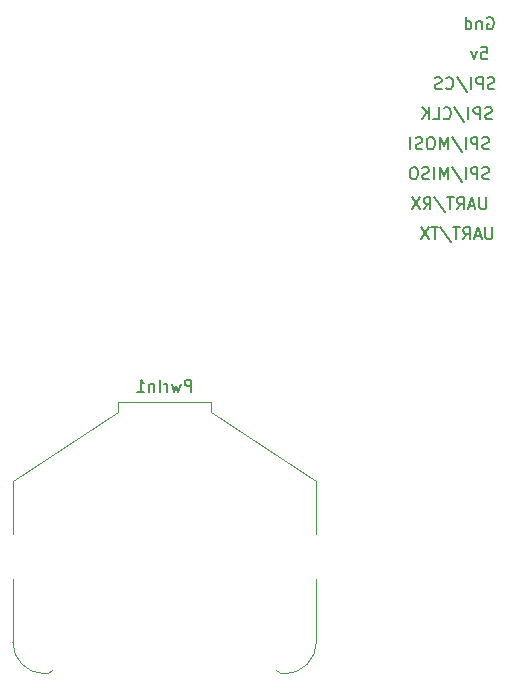
<source format=gbr>
%TF.GenerationSoftware,KiCad,Pcbnew,(5.99.0-3294-g9c46e491e)*%
%TF.CreationDate,2020-11-17T05:13:20-05:00*%
%TF.ProjectId,mobile-tag,6d6f6269-6c65-42d7-9461-672e6b696361,rev?*%
%TF.SameCoordinates,Original*%
%TF.FileFunction,Legend,Bot*%
%TF.FilePolarity,Positive*%
%FSLAX46Y46*%
G04 Gerber Fmt 4.6, Leading zero omitted, Abs format (unit mm)*
G04 Created by KiCad (PCBNEW (5.99.0-3294-g9c46e491e)) date 2020-11-17 05:13:20*
%MOMM*%
%LPD*%
G01*
G04 APERTURE LIST*
%ADD10C,0.150000*%
%ADD11C,0.120000*%
G04 APERTURE END LIST*
D10*
X161702380Y-56284761D02*
X161559523Y-56332380D01*
X161321428Y-56332380D01*
X161226190Y-56284761D01*
X161178571Y-56237142D01*
X161130952Y-56141904D01*
X161130952Y-56046666D01*
X161178571Y-55951428D01*
X161226190Y-55903809D01*
X161321428Y-55856190D01*
X161511904Y-55808571D01*
X161607142Y-55760952D01*
X161654761Y-55713333D01*
X161702380Y-55618095D01*
X161702380Y-55522857D01*
X161654761Y-55427619D01*
X161607142Y-55380000D01*
X161511904Y-55332380D01*
X161273809Y-55332380D01*
X161130952Y-55380000D01*
X160702380Y-56332380D02*
X160702380Y-55332380D01*
X160321428Y-55332380D01*
X160226190Y-55380000D01*
X160178571Y-55427619D01*
X160130952Y-55522857D01*
X160130952Y-55665714D01*
X160178571Y-55760952D01*
X160226190Y-55808571D01*
X160321428Y-55856190D01*
X160702380Y-55856190D01*
X159702380Y-56332380D02*
X159702380Y-55332380D01*
X158511904Y-55284761D02*
X159369047Y-56570476D01*
X157607142Y-56237142D02*
X157654761Y-56284761D01*
X157797619Y-56332380D01*
X157892857Y-56332380D01*
X158035714Y-56284761D01*
X158130952Y-56189523D01*
X158178571Y-56094285D01*
X158226190Y-55903809D01*
X158226190Y-55760952D01*
X158178571Y-55570476D01*
X158130952Y-55475238D01*
X158035714Y-55380000D01*
X157892857Y-55332380D01*
X157797619Y-55332380D01*
X157654761Y-55380000D01*
X157607142Y-55427619D01*
X156702380Y-56332380D02*
X157178571Y-56332380D01*
X157178571Y-55332380D01*
X156369047Y-56332380D02*
X156369047Y-55332380D01*
X155797619Y-56332380D02*
X156226190Y-55760952D01*
X155797619Y-55332380D02*
X156369047Y-55903809D01*
X161726190Y-65492380D02*
X161726190Y-66301904D01*
X161678571Y-66397142D01*
X161630952Y-66444761D01*
X161535714Y-66492380D01*
X161345238Y-66492380D01*
X161250000Y-66444761D01*
X161202380Y-66397142D01*
X161154761Y-66301904D01*
X161154761Y-65492380D01*
X160726190Y-66206666D02*
X160250000Y-66206666D01*
X160821428Y-66492380D02*
X160488095Y-65492380D01*
X160154761Y-66492380D01*
X159250000Y-66492380D02*
X159583333Y-66016190D01*
X159821428Y-66492380D02*
X159821428Y-65492380D01*
X159440476Y-65492380D01*
X159345238Y-65540000D01*
X159297619Y-65587619D01*
X159250000Y-65682857D01*
X159250000Y-65825714D01*
X159297619Y-65920952D01*
X159345238Y-65968571D01*
X159440476Y-66016190D01*
X159821428Y-66016190D01*
X158964285Y-65492380D02*
X158392857Y-65492380D01*
X158678571Y-66492380D02*
X158678571Y-65492380D01*
X157345238Y-65444761D02*
X158202380Y-66730476D01*
X157154761Y-65492380D02*
X156583333Y-65492380D01*
X156869047Y-66492380D02*
X156869047Y-65492380D01*
X156345238Y-65492380D02*
X155678571Y-66492380D01*
X155678571Y-65492380D02*
X156345238Y-66492380D01*
X161297857Y-47760000D02*
X161393095Y-47712380D01*
X161535952Y-47712380D01*
X161678809Y-47760000D01*
X161774047Y-47855238D01*
X161821666Y-47950476D01*
X161869285Y-48140952D01*
X161869285Y-48283809D01*
X161821666Y-48474285D01*
X161774047Y-48569523D01*
X161678809Y-48664761D01*
X161535952Y-48712380D01*
X161440714Y-48712380D01*
X161297857Y-48664761D01*
X161250238Y-48617142D01*
X161250238Y-48283809D01*
X161440714Y-48283809D01*
X160821666Y-48045714D02*
X160821666Y-48712380D01*
X160821666Y-48140952D02*
X160774047Y-48093333D01*
X160678809Y-48045714D01*
X160535952Y-48045714D01*
X160440714Y-48093333D01*
X160393095Y-48188571D01*
X160393095Y-48712380D01*
X159488333Y-48712380D02*
X159488333Y-47712380D01*
X159488333Y-48664761D02*
X159583571Y-48712380D01*
X159774047Y-48712380D01*
X159869285Y-48664761D01*
X159916904Y-48617142D01*
X159964523Y-48521904D01*
X159964523Y-48236190D01*
X159916904Y-48140952D01*
X159869285Y-48093333D01*
X159774047Y-48045714D01*
X159583571Y-48045714D01*
X159488333Y-48093333D01*
X161472142Y-61364761D02*
X161329285Y-61412380D01*
X161091190Y-61412380D01*
X160995952Y-61364761D01*
X160948333Y-61317142D01*
X160900714Y-61221904D01*
X160900714Y-61126666D01*
X160948333Y-61031428D01*
X160995952Y-60983809D01*
X161091190Y-60936190D01*
X161281666Y-60888571D01*
X161376904Y-60840952D01*
X161424523Y-60793333D01*
X161472142Y-60698095D01*
X161472142Y-60602857D01*
X161424523Y-60507619D01*
X161376904Y-60460000D01*
X161281666Y-60412380D01*
X161043571Y-60412380D01*
X160900714Y-60460000D01*
X160472142Y-61412380D02*
X160472142Y-60412380D01*
X160091190Y-60412380D01*
X159995952Y-60460000D01*
X159948333Y-60507619D01*
X159900714Y-60602857D01*
X159900714Y-60745714D01*
X159948333Y-60840952D01*
X159995952Y-60888571D01*
X160091190Y-60936190D01*
X160472142Y-60936190D01*
X159472142Y-61412380D02*
X159472142Y-60412380D01*
X158281666Y-60364761D02*
X159138809Y-61650476D01*
X157948333Y-61412380D02*
X157948333Y-60412380D01*
X157615000Y-61126666D01*
X157281666Y-60412380D01*
X157281666Y-61412380D01*
X156805476Y-61412380D02*
X156805476Y-60412380D01*
X156376904Y-61364761D02*
X156234047Y-61412380D01*
X155995952Y-61412380D01*
X155900714Y-61364761D01*
X155853095Y-61317142D01*
X155805476Y-61221904D01*
X155805476Y-61126666D01*
X155853095Y-61031428D01*
X155900714Y-60983809D01*
X155995952Y-60936190D01*
X156186428Y-60888571D01*
X156281666Y-60840952D01*
X156329285Y-60793333D01*
X156376904Y-60698095D01*
X156376904Y-60602857D01*
X156329285Y-60507619D01*
X156281666Y-60460000D01*
X156186428Y-60412380D01*
X155948333Y-60412380D01*
X155805476Y-60460000D01*
X155186428Y-60412380D02*
X154995952Y-60412380D01*
X154900714Y-60460000D01*
X154805476Y-60555238D01*
X154757857Y-60745714D01*
X154757857Y-61079047D01*
X154805476Y-61269523D01*
X154900714Y-61364761D01*
X154995952Y-61412380D01*
X155186428Y-61412380D01*
X155281666Y-61364761D01*
X155376904Y-61269523D01*
X155424523Y-61079047D01*
X155424523Y-60745714D01*
X155376904Y-60555238D01*
X155281666Y-60460000D01*
X155186428Y-60412380D01*
X160797857Y-50252380D02*
X161274047Y-50252380D01*
X161321666Y-50728571D01*
X161274047Y-50680952D01*
X161178809Y-50633333D01*
X160940714Y-50633333D01*
X160845476Y-50680952D01*
X160797857Y-50728571D01*
X160750238Y-50823809D01*
X160750238Y-51061904D01*
X160797857Y-51157142D01*
X160845476Y-51204761D01*
X160940714Y-51252380D01*
X161178809Y-51252380D01*
X161274047Y-51204761D01*
X161321666Y-51157142D01*
X160416904Y-50585714D02*
X160178809Y-51252380D01*
X159940714Y-50585714D01*
X161210238Y-62952380D02*
X161210238Y-63761904D01*
X161162619Y-63857142D01*
X161115000Y-63904761D01*
X161019761Y-63952380D01*
X160829285Y-63952380D01*
X160734047Y-63904761D01*
X160686428Y-63857142D01*
X160638809Y-63761904D01*
X160638809Y-62952380D01*
X160210238Y-63666666D02*
X159734047Y-63666666D01*
X160305476Y-63952380D02*
X159972142Y-62952380D01*
X159638809Y-63952380D01*
X158734047Y-63952380D02*
X159067380Y-63476190D01*
X159305476Y-63952380D02*
X159305476Y-62952380D01*
X158924523Y-62952380D01*
X158829285Y-63000000D01*
X158781666Y-63047619D01*
X158734047Y-63142857D01*
X158734047Y-63285714D01*
X158781666Y-63380952D01*
X158829285Y-63428571D01*
X158924523Y-63476190D01*
X159305476Y-63476190D01*
X158448333Y-62952380D02*
X157876904Y-62952380D01*
X158162619Y-63952380D02*
X158162619Y-62952380D01*
X156829285Y-62904761D02*
X157686428Y-64190476D01*
X155924523Y-63952380D02*
X156257857Y-63476190D01*
X156495952Y-63952380D02*
X156495952Y-62952380D01*
X156115000Y-62952380D01*
X156019761Y-63000000D01*
X155972142Y-63047619D01*
X155924523Y-63142857D01*
X155924523Y-63285714D01*
X155972142Y-63380952D01*
X156019761Y-63428571D01*
X156115000Y-63476190D01*
X156495952Y-63476190D01*
X155591190Y-62952380D02*
X154924523Y-63952380D01*
X154924523Y-62952380D02*
X155591190Y-63952380D01*
X161908809Y-53744761D02*
X161765952Y-53792380D01*
X161527857Y-53792380D01*
X161432619Y-53744761D01*
X161385000Y-53697142D01*
X161337380Y-53601904D01*
X161337380Y-53506666D01*
X161385000Y-53411428D01*
X161432619Y-53363809D01*
X161527857Y-53316190D01*
X161718333Y-53268571D01*
X161813571Y-53220952D01*
X161861190Y-53173333D01*
X161908809Y-53078095D01*
X161908809Y-52982857D01*
X161861190Y-52887619D01*
X161813571Y-52840000D01*
X161718333Y-52792380D01*
X161480238Y-52792380D01*
X161337380Y-52840000D01*
X160908809Y-53792380D02*
X160908809Y-52792380D01*
X160527857Y-52792380D01*
X160432619Y-52840000D01*
X160385000Y-52887619D01*
X160337380Y-52982857D01*
X160337380Y-53125714D01*
X160385000Y-53220952D01*
X160432619Y-53268571D01*
X160527857Y-53316190D01*
X160908809Y-53316190D01*
X159908809Y-53792380D02*
X159908809Y-52792380D01*
X158718333Y-52744761D02*
X159575476Y-54030476D01*
X157813571Y-53697142D02*
X157861190Y-53744761D01*
X158004047Y-53792380D01*
X158099285Y-53792380D01*
X158242142Y-53744761D01*
X158337380Y-53649523D01*
X158385000Y-53554285D01*
X158432619Y-53363809D01*
X158432619Y-53220952D01*
X158385000Y-53030476D01*
X158337380Y-52935238D01*
X158242142Y-52840000D01*
X158099285Y-52792380D01*
X158004047Y-52792380D01*
X157861190Y-52840000D01*
X157813571Y-52887619D01*
X157432619Y-53744761D02*
X157289761Y-53792380D01*
X157051666Y-53792380D01*
X156956428Y-53744761D01*
X156908809Y-53697142D01*
X156861190Y-53601904D01*
X156861190Y-53506666D01*
X156908809Y-53411428D01*
X156956428Y-53363809D01*
X157051666Y-53316190D01*
X157242142Y-53268571D01*
X157337380Y-53220952D01*
X157385000Y-53173333D01*
X157432619Y-53078095D01*
X157432619Y-52982857D01*
X157385000Y-52887619D01*
X157337380Y-52840000D01*
X157242142Y-52792380D01*
X157004047Y-52792380D01*
X156861190Y-52840000D01*
X161472142Y-58824761D02*
X161329285Y-58872380D01*
X161091190Y-58872380D01*
X160995952Y-58824761D01*
X160948333Y-58777142D01*
X160900714Y-58681904D01*
X160900714Y-58586666D01*
X160948333Y-58491428D01*
X160995952Y-58443809D01*
X161091190Y-58396190D01*
X161281666Y-58348571D01*
X161376904Y-58300952D01*
X161424523Y-58253333D01*
X161472142Y-58158095D01*
X161472142Y-58062857D01*
X161424523Y-57967619D01*
X161376904Y-57920000D01*
X161281666Y-57872380D01*
X161043571Y-57872380D01*
X160900714Y-57920000D01*
X160472142Y-58872380D02*
X160472142Y-57872380D01*
X160091190Y-57872380D01*
X159995952Y-57920000D01*
X159948333Y-57967619D01*
X159900714Y-58062857D01*
X159900714Y-58205714D01*
X159948333Y-58300952D01*
X159995952Y-58348571D01*
X160091190Y-58396190D01*
X160472142Y-58396190D01*
X159472142Y-58872380D02*
X159472142Y-57872380D01*
X158281666Y-57824761D02*
X159138809Y-59110476D01*
X157948333Y-58872380D02*
X157948333Y-57872380D01*
X157615000Y-58586666D01*
X157281666Y-57872380D01*
X157281666Y-58872380D01*
X156615000Y-57872380D02*
X156424523Y-57872380D01*
X156329285Y-57920000D01*
X156234047Y-58015238D01*
X156186428Y-58205714D01*
X156186428Y-58539047D01*
X156234047Y-58729523D01*
X156329285Y-58824761D01*
X156424523Y-58872380D01*
X156615000Y-58872380D01*
X156710238Y-58824761D01*
X156805476Y-58729523D01*
X156853095Y-58539047D01*
X156853095Y-58205714D01*
X156805476Y-58015238D01*
X156710238Y-57920000D01*
X156615000Y-57872380D01*
X155805476Y-58824761D02*
X155662619Y-58872380D01*
X155424523Y-58872380D01*
X155329285Y-58824761D01*
X155281666Y-58777142D01*
X155234047Y-58681904D01*
X155234047Y-58586666D01*
X155281666Y-58491428D01*
X155329285Y-58443809D01*
X155424523Y-58396190D01*
X155615000Y-58348571D01*
X155710238Y-58300952D01*
X155757857Y-58253333D01*
X155805476Y-58158095D01*
X155805476Y-58062857D01*
X155757857Y-57967619D01*
X155710238Y-57920000D01*
X155615000Y-57872380D01*
X155376904Y-57872380D01*
X155234047Y-57920000D01*
X154805476Y-58872380D02*
X154805476Y-57872380D01*
%TO.C,PwrIn1*%
X136246904Y-79397380D02*
X136246904Y-78397380D01*
X135865952Y-78397380D01*
X135770714Y-78445000D01*
X135723095Y-78492619D01*
X135675476Y-78587857D01*
X135675476Y-78730714D01*
X135723095Y-78825952D01*
X135770714Y-78873571D01*
X135865952Y-78921190D01*
X136246904Y-78921190D01*
X135342142Y-78730714D02*
X135151666Y-79397380D01*
X134961190Y-78921190D01*
X134770714Y-79397380D01*
X134580238Y-78730714D01*
X134199285Y-79397380D02*
X134199285Y-78730714D01*
X134199285Y-78921190D02*
X134151666Y-78825952D01*
X134104047Y-78778333D01*
X134008809Y-78730714D01*
X133913571Y-78730714D01*
X133580238Y-79397380D02*
X133580238Y-78397380D01*
X133104047Y-78730714D02*
X133104047Y-79397380D01*
X133104047Y-78825952D02*
X133056428Y-78778333D01*
X132961190Y-78730714D01*
X132818333Y-78730714D01*
X132723095Y-78778333D01*
X132675476Y-78873571D01*
X132675476Y-79397380D01*
X131675476Y-79397380D02*
X132246904Y-79397380D01*
X131961190Y-79397380D02*
X131961190Y-78397380D01*
X132056428Y-78540238D01*
X132151666Y-78635476D01*
X132246904Y-78683095D01*
D11*
X137935000Y-80295000D02*
X137935000Y-81095000D01*
X130035000Y-81095000D02*
X121135000Y-86945000D01*
X130035000Y-80295000D02*
X130035000Y-81095000D01*
X137935000Y-81095000D02*
X146835000Y-86945000D01*
X146835000Y-86945000D02*
X146835000Y-91445000D01*
X121135000Y-86945000D02*
X121135000Y-91445000D01*
X121135000Y-95245000D02*
X121135000Y-100645000D01*
X137935000Y-80295000D02*
X130035000Y-80295000D01*
X146835000Y-95245000D02*
X146835000Y-100645000D01*
X146835000Y-100595000D02*
G75*
G02*
X144135000Y-103295000I-2700000J0D01*
G01*
X121135000Y-100595000D02*
G75*
G03*
X123835000Y-103295000I2700000J0D01*
G01*
X143463249Y-103016751D02*
G75*
G03*
X144135000Y-103295000I671751J671751D01*
G01*
X124506751Y-103016751D02*
G75*
G02*
X123835000Y-103295000I-671751J671751D01*
G01*
%TD*%
M02*

</source>
